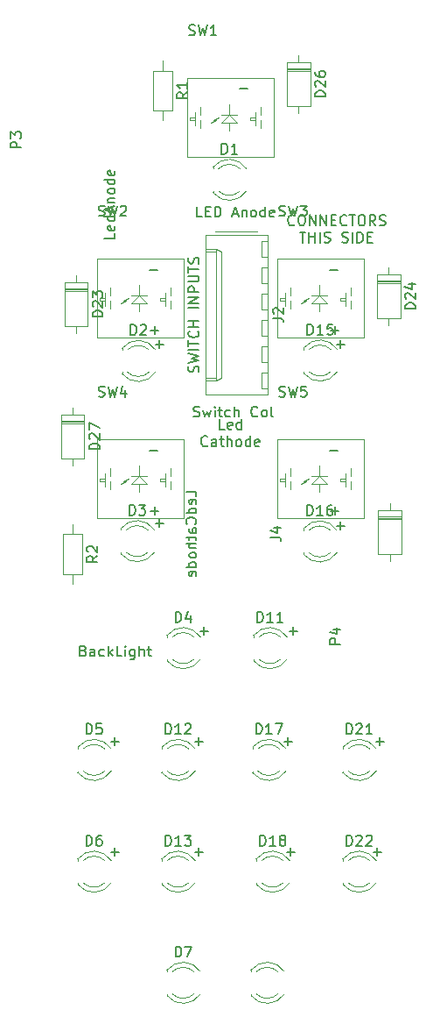
<source format=gbr>
G04 #@! TF.GenerationSoftware,KiCad,Pcbnew,(5.1.5-0-10_14)*
G04 #@! TF.CreationDate,2021-11-28T08:40:40+10:00*
G04 #@! TF.ProjectId,JETT_SELECT_Panel,4a455454-5f53-4454-9c45-43545f50616e,-*
G04 #@! TF.SameCoordinates,Original*
G04 #@! TF.FileFunction,Legend,Top*
G04 #@! TF.FilePolarity,Positive*
%FSLAX46Y46*%
G04 Gerber Fmt 4.6, Leading zero omitted, Abs format (unit mm)*
G04 Created by KiCad (PCBNEW (5.1.5-0-10_14)) date 2021-11-28 08:40:40*
%MOMM*%
%LPD*%
G04 APERTURE LIST*
%ADD10C,0.150000*%
%ADD11C,0.120000*%
G04 APERTURE END LIST*
D10*
X108839511Y-67127892D02*
X108791892Y-67175511D01*
X108649035Y-67223130D01*
X108553797Y-67223130D01*
X108410940Y-67175511D01*
X108315702Y-67080273D01*
X108268083Y-66985035D01*
X108220464Y-66794559D01*
X108220464Y-66651702D01*
X108268083Y-66461226D01*
X108315702Y-66365988D01*
X108410940Y-66270750D01*
X108553797Y-66223130D01*
X108649035Y-66223130D01*
X108791892Y-66270750D01*
X108839511Y-66318369D01*
X109458559Y-66223130D02*
X109649035Y-66223130D01*
X109744273Y-66270750D01*
X109839511Y-66365988D01*
X109887130Y-66556464D01*
X109887130Y-66889797D01*
X109839511Y-67080273D01*
X109744273Y-67175511D01*
X109649035Y-67223130D01*
X109458559Y-67223130D01*
X109363321Y-67175511D01*
X109268083Y-67080273D01*
X109220464Y-66889797D01*
X109220464Y-66556464D01*
X109268083Y-66365988D01*
X109363321Y-66270750D01*
X109458559Y-66223130D01*
X110315702Y-67223130D02*
X110315702Y-66223130D01*
X110887130Y-67223130D01*
X110887130Y-66223130D01*
X111363321Y-67223130D02*
X111363321Y-66223130D01*
X111934750Y-67223130D01*
X111934750Y-66223130D01*
X112410940Y-66699321D02*
X112744273Y-66699321D01*
X112887130Y-67223130D02*
X112410940Y-67223130D01*
X112410940Y-66223130D01*
X112887130Y-66223130D01*
X113887130Y-67127892D02*
X113839511Y-67175511D01*
X113696654Y-67223130D01*
X113601416Y-67223130D01*
X113458559Y-67175511D01*
X113363321Y-67080273D01*
X113315702Y-66985035D01*
X113268083Y-66794559D01*
X113268083Y-66651702D01*
X113315702Y-66461226D01*
X113363321Y-66365988D01*
X113458559Y-66270750D01*
X113601416Y-66223130D01*
X113696654Y-66223130D01*
X113839511Y-66270750D01*
X113887130Y-66318369D01*
X114172845Y-66223130D02*
X114744273Y-66223130D01*
X114458559Y-67223130D02*
X114458559Y-66223130D01*
X115268083Y-66223130D02*
X115458559Y-66223130D01*
X115553797Y-66270750D01*
X115649035Y-66365988D01*
X115696654Y-66556464D01*
X115696654Y-66889797D01*
X115649035Y-67080273D01*
X115553797Y-67175511D01*
X115458559Y-67223130D01*
X115268083Y-67223130D01*
X115172845Y-67175511D01*
X115077607Y-67080273D01*
X115029988Y-66889797D01*
X115029988Y-66556464D01*
X115077607Y-66365988D01*
X115172845Y-66270750D01*
X115268083Y-66223130D01*
X116696654Y-67223130D02*
X116363321Y-66746940D01*
X116125226Y-67223130D02*
X116125226Y-66223130D01*
X116506178Y-66223130D01*
X116601416Y-66270750D01*
X116649035Y-66318369D01*
X116696654Y-66413607D01*
X116696654Y-66556464D01*
X116649035Y-66651702D01*
X116601416Y-66699321D01*
X116506178Y-66746940D01*
X116125226Y-66746940D01*
X117077607Y-67175511D02*
X117220464Y-67223130D01*
X117458559Y-67223130D01*
X117553797Y-67175511D01*
X117601416Y-67127892D01*
X117649035Y-67032654D01*
X117649035Y-66937416D01*
X117601416Y-66842178D01*
X117553797Y-66794559D01*
X117458559Y-66746940D01*
X117268083Y-66699321D01*
X117172845Y-66651702D01*
X117125226Y-66604083D01*
X117077607Y-66508845D01*
X117077607Y-66413607D01*
X117125226Y-66318369D01*
X117172845Y-66270750D01*
X117268083Y-66223130D01*
X117506178Y-66223130D01*
X117649035Y-66270750D01*
X109363321Y-67873130D02*
X109934750Y-67873130D01*
X109649035Y-68873130D02*
X109649035Y-67873130D01*
X110268083Y-68873130D02*
X110268083Y-67873130D01*
X110268083Y-68349321D02*
X110839511Y-68349321D01*
X110839511Y-68873130D02*
X110839511Y-67873130D01*
X111315702Y-68873130D02*
X111315702Y-67873130D01*
X111744273Y-68825511D02*
X111887130Y-68873130D01*
X112125226Y-68873130D01*
X112220464Y-68825511D01*
X112268083Y-68777892D01*
X112315702Y-68682654D01*
X112315702Y-68587416D01*
X112268083Y-68492178D01*
X112220464Y-68444559D01*
X112125226Y-68396940D01*
X111934750Y-68349321D01*
X111839511Y-68301702D01*
X111791892Y-68254083D01*
X111744273Y-68158845D01*
X111744273Y-68063607D01*
X111791892Y-67968369D01*
X111839511Y-67920750D01*
X111934750Y-67873130D01*
X112172845Y-67873130D01*
X112315702Y-67920750D01*
X113458559Y-68825511D02*
X113601416Y-68873130D01*
X113839511Y-68873130D01*
X113934750Y-68825511D01*
X113982369Y-68777892D01*
X114029988Y-68682654D01*
X114029988Y-68587416D01*
X113982369Y-68492178D01*
X113934750Y-68444559D01*
X113839511Y-68396940D01*
X113649035Y-68349321D01*
X113553797Y-68301702D01*
X113506178Y-68254083D01*
X113458559Y-68158845D01*
X113458559Y-68063607D01*
X113506178Y-67968369D01*
X113553797Y-67920750D01*
X113649035Y-67873130D01*
X113887130Y-67873130D01*
X114029988Y-67920750D01*
X114458559Y-68873130D02*
X114458559Y-67873130D01*
X114934750Y-68873130D02*
X114934750Y-67873130D01*
X115172845Y-67873130D01*
X115315702Y-67920750D01*
X115410940Y-68015988D01*
X115458559Y-68111226D01*
X115506178Y-68301702D01*
X115506178Y-68444559D01*
X115458559Y-68635035D01*
X115410940Y-68730273D01*
X115315702Y-68825511D01*
X115172845Y-68873130D01*
X114934750Y-68873130D01*
X115934750Y-68349321D02*
X116268083Y-68349321D01*
X116410940Y-68873130D02*
X115934750Y-68873130D01*
X115934750Y-67873130D01*
X116410940Y-67873130D01*
X116490797Y-127738178D02*
X117252702Y-127738178D01*
X116871750Y-128119130D02*
X116871750Y-127357226D01*
X108108797Y-127738178D02*
X108870702Y-127738178D01*
X108489750Y-128119130D02*
X108489750Y-127357226D01*
X99218797Y-127738178D02*
X99980702Y-127738178D01*
X99599750Y-128119130D02*
X99599750Y-127357226D01*
X91090797Y-127738178D02*
X91852702Y-127738178D01*
X91471750Y-128119130D02*
X91471750Y-127357226D01*
X116744797Y-117070178D02*
X117506702Y-117070178D01*
X117125750Y-117451130D02*
X117125750Y-116689226D01*
X107854797Y-117070178D02*
X108616702Y-117070178D01*
X108235750Y-117451130D02*
X108235750Y-116689226D01*
X99218797Y-117070178D02*
X99980702Y-117070178D01*
X99599750Y-117451130D02*
X99599750Y-116689226D01*
X91090797Y-117070178D02*
X91852702Y-117070178D01*
X91471750Y-117451130D02*
X91471750Y-116689226D01*
X108362797Y-106402178D02*
X109124702Y-106402178D01*
X108743750Y-106783130D02*
X108743750Y-106021226D01*
X99726797Y-106402178D02*
X100488702Y-106402178D01*
X100107750Y-106783130D02*
X100107750Y-106021226D01*
X112934797Y-96242178D02*
X113696702Y-96242178D01*
X113315750Y-96623130D02*
X113315750Y-95861226D01*
X95408797Y-95988178D02*
X96170702Y-95988178D01*
X95789750Y-96369130D02*
X95789750Y-95607226D01*
X112934797Y-78716178D02*
X113696702Y-78716178D01*
X113315750Y-79097130D02*
X113315750Y-78335226D01*
X95408797Y-78716178D02*
X96170702Y-78716178D01*
X95789750Y-79097130D02*
X95789750Y-78335226D01*
X99917654Y-66397130D02*
X99441464Y-66397130D01*
X99441464Y-65397130D01*
X100250988Y-65873321D02*
X100584321Y-65873321D01*
X100727178Y-66397130D02*
X100250988Y-66397130D01*
X100250988Y-65397130D01*
X100727178Y-65397130D01*
X101155750Y-66397130D02*
X101155750Y-65397130D01*
X101393845Y-65397130D01*
X101536702Y-65444750D01*
X101631940Y-65539988D01*
X101679559Y-65635226D01*
X101727178Y-65825702D01*
X101727178Y-65968559D01*
X101679559Y-66159035D01*
X101631940Y-66254273D01*
X101536702Y-66349511D01*
X101393845Y-66397130D01*
X101155750Y-66397130D01*
X102870035Y-66111416D02*
X103346226Y-66111416D01*
X102774797Y-66397130D02*
X103108130Y-65397130D01*
X103441464Y-66397130D01*
X103774797Y-65730464D02*
X103774797Y-66397130D01*
X103774797Y-65825702D02*
X103822416Y-65778083D01*
X103917654Y-65730464D01*
X104060511Y-65730464D01*
X104155750Y-65778083D01*
X104203369Y-65873321D01*
X104203369Y-66397130D01*
X104822416Y-66397130D02*
X104727178Y-66349511D01*
X104679559Y-66301892D01*
X104631940Y-66206654D01*
X104631940Y-65920940D01*
X104679559Y-65825702D01*
X104727178Y-65778083D01*
X104822416Y-65730464D01*
X104965273Y-65730464D01*
X105060511Y-65778083D01*
X105108130Y-65825702D01*
X105155750Y-65920940D01*
X105155750Y-66206654D01*
X105108130Y-66301892D01*
X105060511Y-66349511D01*
X104965273Y-66397130D01*
X104822416Y-66397130D01*
X106012892Y-66397130D02*
X106012892Y-65397130D01*
X106012892Y-66349511D02*
X105917654Y-66397130D01*
X105727178Y-66397130D01*
X105631940Y-66349511D01*
X105584321Y-66301892D01*
X105536702Y-66206654D01*
X105536702Y-65920940D01*
X105584321Y-65825702D01*
X105631940Y-65778083D01*
X105727178Y-65730464D01*
X105917654Y-65730464D01*
X106012892Y-65778083D01*
X106870035Y-66349511D02*
X106774797Y-66397130D01*
X106584321Y-66397130D01*
X106489083Y-66349511D01*
X106441464Y-66254273D01*
X106441464Y-65873321D01*
X106489083Y-65778083D01*
X106584321Y-65730464D01*
X106774797Y-65730464D01*
X106870035Y-65778083D01*
X106917654Y-65873321D01*
X106917654Y-65968559D01*
X106441464Y-66063797D01*
X99092226Y-85653511D02*
X99235083Y-85701130D01*
X99473178Y-85701130D01*
X99568416Y-85653511D01*
X99616035Y-85605892D01*
X99663654Y-85510654D01*
X99663654Y-85415416D01*
X99616035Y-85320178D01*
X99568416Y-85272559D01*
X99473178Y-85224940D01*
X99282702Y-85177321D01*
X99187464Y-85129702D01*
X99139845Y-85082083D01*
X99092226Y-84986845D01*
X99092226Y-84891607D01*
X99139845Y-84796369D01*
X99187464Y-84748750D01*
X99282702Y-84701130D01*
X99520797Y-84701130D01*
X99663654Y-84748750D01*
X99996988Y-85034464D02*
X100187464Y-85701130D01*
X100377940Y-85224940D01*
X100568416Y-85701130D01*
X100758892Y-85034464D01*
X101139845Y-85701130D02*
X101139845Y-85034464D01*
X101139845Y-84701130D02*
X101092226Y-84748750D01*
X101139845Y-84796369D01*
X101187464Y-84748750D01*
X101139845Y-84701130D01*
X101139845Y-84796369D01*
X101473178Y-85034464D02*
X101854130Y-85034464D01*
X101616035Y-84701130D02*
X101616035Y-85558273D01*
X101663654Y-85653511D01*
X101758892Y-85701130D01*
X101854130Y-85701130D01*
X102616035Y-85653511D02*
X102520797Y-85701130D01*
X102330321Y-85701130D01*
X102235083Y-85653511D01*
X102187464Y-85605892D01*
X102139845Y-85510654D01*
X102139845Y-85224940D01*
X102187464Y-85129702D01*
X102235083Y-85082083D01*
X102330321Y-85034464D01*
X102520797Y-85034464D01*
X102616035Y-85082083D01*
X103044607Y-85701130D02*
X103044607Y-84701130D01*
X103473178Y-85701130D02*
X103473178Y-85177321D01*
X103425559Y-85082083D01*
X103330321Y-85034464D01*
X103187464Y-85034464D01*
X103092226Y-85082083D01*
X103044607Y-85129702D01*
X105282702Y-85605892D02*
X105235083Y-85653511D01*
X105092226Y-85701130D01*
X104996988Y-85701130D01*
X104854130Y-85653511D01*
X104758892Y-85558273D01*
X104711273Y-85463035D01*
X104663654Y-85272559D01*
X104663654Y-85129702D01*
X104711273Y-84939226D01*
X104758892Y-84843988D01*
X104854130Y-84748750D01*
X104996988Y-84701130D01*
X105092226Y-84701130D01*
X105235083Y-84748750D01*
X105282702Y-84796369D01*
X105854130Y-85701130D02*
X105758892Y-85653511D01*
X105711273Y-85605892D01*
X105663654Y-85510654D01*
X105663654Y-85224940D01*
X105711273Y-85129702D01*
X105758892Y-85082083D01*
X105854130Y-85034464D01*
X105996988Y-85034464D01*
X106092226Y-85082083D01*
X106139845Y-85129702D01*
X106187464Y-85224940D01*
X106187464Y-85510654D01*
X106139845Y-85605892D01*
X106092226Y-85653511D01*
X105996988Y-85701130D01*
X105854130Y-85701130D01*
X106758892Y-85701130D02*
X106663654Y-85653511D01*
X106616035Y-85558273D01*
X106616035Y-84701130D01*
X102076321Y-86908130D02*
X101600130Y-86908130D01*
X101600130Y-85908130D01*
X102790607Y-86860511D02*
X102695369Y-86908130D01*
X102504892Y-86908130D01*
X102409654Y-86860511D01*
X102362035Y-86765273D01*
X102362035Y-86384321D01*
X102409654Y-86289083D01*
X102504892Y-86241464D01*
X102695369Y-86241464D01*
X102790607Y-86289083D01*
X102838226Y-86384321D01*
X102838226Y-86479559D01*
X102362035Y-86574797D01*
X103695369Y-86908130D02*
X103695369Y-85908130D01*
X103695369Y-86860511D02*
X103600130Y-86908130D01*
X103409654Y-86908130D01*
X103314416Y-86860511D01*
X103266797Y-86812892D01*
X103219178Y-86717654D01*
X103219178Y-86431940D01*
X103266797Y-86336702D01*
X103314416Y-86289083D01*
X103409654Y-86241464D01*
X103600130Y-86241464D01*
X103695369Y-86289083D01*
X100433464Y-88462892D02*
X100385845Y-88510511D01*
X100242988Y-88558130D01*
X100147750Y-88558130D01*
X100004892Y-88510511D01*
X99909654Y-88415273D01*
X99862035Y-88320035D01*
X99814416Y-88129559D01*
X99814416Y-87986702D01*
X99862035Y-87796226D01*
X99909654Y-87700988D01*
X100004892Y-87605750D01*
X100147750Y-87558130D01*
X100242988Y-87558130D01*
X100385845Y-87605750D01*
X100433464Y-87653369D01*
X101290607Y-88558130D02*
X101290607Y-88034321D01*
X101242988Y-87939083D01*
X101147750Y-87891464D01*
X100957273Y-87891464D01*
X100862035Y-87939083D01*
X101290607Y-88510511D02*
X101195369Y-88558130D01*
X100957273Y-88558130D01*
X100862035Y-88510511D01*
X100814416Y-88415273D01*
X100814416Y-88320035D01*
X100862035Y-88224797D01*
X100957273Y-88177178D01*
X101195369Y-88177178D01*
X101290607Y-88129559D01*
X101623940Y-87891464D02*
X102004892Y-87891464D01*
X101766797Y-87558130D02*
X101766797Y-88415273D01*
X101814416Y-88510511D01*
X101909654Y-88558130D01*
X102004892Y-88558130D01*
X102338226Y-88558130D02*
X102338226Y-87558130D01*
X102766797Y-88558130D02*
X102766797Y-88034321D01*
X102719178Y-87939083D01*
X102623940Y-87891464D01*
X102481083Y-87891464D01*
X102385845Y-87939083D01*
X102338226Y-87986702D01*
X103385845Y-88558130D02*
X103290607Y-88510511D01*
X103242988Y-88462892D01*
X103195369Y-88367654D01*
X103195369Y-88081940D01*
X103242988Y-87986702D01*
X103290607Y-87939083D01*
X103385845Y-87891464D01*
X103528702Y-87891464D01*
X103623940Y-87939083D01*
X103671559Y-87986702D01*
X103719178Y-88081940D01*
X103719178Y-88367654D01*
X103671559Y-88462892D01*
X103623940Y-88510511D01*
X103528702Y-88558130D01*
X103385845Y-88558130D01*
X104576321Y-88558130D02*
X104576321Y-87558130D01*
X104576321Y-88510511D02*
X104481083Y-88558130D01*
X104290607Y-88558130D01*
X104195369Y-88510511D01*
X104147750Y-88462892D01*
X104100130Y-88367654D01*
X104100130Y-88081940D01*
X104147750Y-87986702D01*
X104195369Y-87939083D01*
X104290607Y-87891464D01*
X104481083Y-87891464D01*
X104576321Y-87939083D01*
X105433464Y-88510511D02*
X105338226Y-88558130D01*
X105147750Y-88558130D01*
X105052511Y-88510511D01*
X105004892Y-88415273D01*
X105004892Y-88034321D01*
X105052511Y-87939083D01*
X105147750Y-87891464D01*
X105338226Y-87891464D01*
X105433464Y-87939083D01*
X105481083Y-88034321D01*
X105481083Y-88129559D01*
X105004892Y-88224797D01*
X88424130Y-108291321D02*
X88566988Y-108338940D01*
X88614607Y-108386559D01*
X88662226Y-108481797D01*
X88662226Y-108624654D01*
X88614607Y-108719892D01*
X88566988Y-108767511D01*
X88471750Y-108815130D01*
X88090797Y-108815130D01*
X88090797Y-107815130D01*
X88424130Y-107815130D01*
X88519369Y-107862750D01*
X88566988Y-107910369D01*
X88614607Y-108005607D01*
X88614607Y-108100845D01*
X88566988Y-108196083D01*
X88519369Y-108243702D01*
X88424130Y-108291321D01*
X88090797Y-108291321D01*
X89519369Y-108815130D02*
X89519369Y-108291321D01*
X89471750Y-108196083D01*
X89376511Y-108148464D01*
X89186035Y-108148464D01*
X89090797Y-108196083D01*
X89519369Y-108767511D02*
X89424130Y-108815130D01*
X89186035Y-108815130D01*
X89090797Y-108767511D01*
X89043178Y-108672273D01*
X89043178Y-108577035D01*
X89090797Y-108481797D01*
X89186035Y-108434178D01*
X89424130Y-108434178D01*
X89519369Y-108386559D01*
X90424130Y-108767511D02*
X90328892Y-108815130D01*
X90138416Y-108815130D01*
X90043178Y-108767511D01*
X89995559Y-108719892D01*
X89947940Y-108624654D01*
X89947940Y-108338940D01*
X89995559Y-108243702D01*
X90043178Y-108196083D01*
X90138416Y-108148464D01*
X90328892Y-108148464D01*
X90424130Y-108196083D01*
X90852702Y-108815130D02*
X90852702Y-107815130D01*
X90947940Y-108434178D02*
X91233654Y-108815130D01*
X91233654Y-108148464D02*
X90852702Y-108529416D01*
X92138416Y-108815130D02*
X91662226Y-108815130D01*
X91662226Y-107815130D01*
X92471750Y-108815130D02*
X92471750Y-108148464D01*
X92471750Y-107815130D02*
X92424130Y-107862750D01*
X92471750Y-107910369D01*
X92519369Y-107862750D01*
X92471750Y-107815130D01*
X92471750Y-107910369D01*
X93376511Y-108148464D02*
X93376511Y-108957988D01*
X93328892Y-109053226D01*
X93281273Y-109100845D01*
X93186035Y-109148464D01*
X93043178Y-109148464D01*
X92947940Y-109100845D01*
X93376511Y-108767511D02*
X93281273Y-108815130D01*
X93090797Y-108815130D01*
X92995559Y-108767511D01*
X92947940Y-108719892D01*
X92900321Y-108624654D01*
X92900321Y-108338940D01*
X92947940Y-108243702D01*
X92995559Y-108196083D01*
X93090797Y-108148464D01*
X93281273Y-108148464D01*
X93376511Y-108196083D01*
X93852702Y-108815130D02*
X93852702Y-107815130D01*
X94281273Y-108815130D02*
X94281273Y-108291321D01*
X94233654Y-108196083D01*
X94138416Y-108148464D01*
X93995559Y-108148464D01*
X93900321Y-108196083D01*
X93852702Y-108243702D01*
X94614607Y-108148464D02*
X94995559Y-108148464D01*
X94757464Y-107815130D02*
X94757464Y-108672273D01*
X94805083Y-108767511D01*
X94900321Y-108815130D01*
X94995559Y-108815130D01*
D11*
X105649000Y-83000800D02*
X106249000Y-83000800D01*
X105649000Y-81400800D02*
X105649000Y-83000800D01*
X106249000Y-81400800D02*
X105649000Y-81400800D01*
X105649000Y-80460800D02*
X106249000Y-80460800D01*
X105649000Y-78860800D02*
X105649000Y-80460800D01*
X106249000Y-78860800D02*
X105649000Y-78860800D01*
X105649000Y-77920800D02*
X106249000Y-77920800D01*
X105649000Y-76320800D02*
X105649000Y-77920800D01*
X106249000Y-76320800D02*
X105649000Y-76320800D01*
X105649000Y-75380800D02*
X106249000Y-75380800D01*
X105649000Y-73780800D02*
X105649000Y-75380800D01*
X106249000Y-73780800D02*
X105649000Y-73780800D01*
X105649000Y-72840800D02*
X106249000Y-72840800D01*
X105649000Y-71240800D02*
X105649000Y-72840800D01*
X106249000Y-71240800D02*
X105649000Y-71240800D01*
X105649000Y-70300800D02*
X106249000Y-70300800D01*
X105649000Y-68700800D02*
X105649000Y-70300800D01*
X106249000Y-68700800D02*
X105649000Y-68700800D01*
X100229000Y-81950800D02*
X101229000Y-81950800D01*
X100229000Y-69750800D02*
X101229000Y-69750800D01*
X101759000Y-81950800D02*
X101229000Y-82200800D01*
X101759000Y-69750800D02*
X101759000Y-81950800D01*
X101229000Y-69500800D02*
X101759000Y-69750800D01*
X101229000Y-82200800D02*
X100229000Y-82200800D01*
X101229000Y-69500800D02*
X101229000Y-82200800D01*
X100229000Y-69500800D02*
X101229000Y-69500800D01*
X105219000Y-67830800D02*
X101219000Y-67830800D01*
X106249000Y-83580800D02*
X106249000Y-68120800D01*
X100229000Y-83580800D02*
X106249000Y-83580800D01*
X100229000Y-68120800D02*
X100229000Y-83580800D01*
X106249000Y-68120800D02*
X100229000Y-68120800D01*
X115558000Y-95502800D02*
X114288000Y-95502800D01*
X115560000Y-87882800D02*
X115558000Y-95502800D01*
X107170000Y-87882800D02*
X115552000Y-87882800D01*
X107176000Y-95502800D02*
X107190000Y-87882800D01*
X115304000Y-95502800D02*
X107176000Y-95502800D01*
X107430000Y-91692800D02*
X107938000Y-91692800D01*
X108446000Y-92708800D02*
X108446000Y-91946800D01*
X107430000Y-91946800D02*
X107430000Y-91692800D01*
X107938000Y-92454800D02*
X107938000Y-91184800D01*
X108446000Y-91438800D02*
X108446000Y-90676800D01*
X107938000Y-91946800D02*
X107430000Y-91946800D01*
X113272000Y-91692800D02*
X113780000Y-91692800D01*
X113272000Y-91946800D02*
X113272000Y-91692800D01*
X113780000Y-91946800D02*
X113272000Y-91946800D01*
X113780000Y-92454800D02*
X113780000Y-91184800D01*
X114288000Y-91438800D02*
X114288000Y-90676800D01*
X114288000Y-92708800D02*
X114288000Y-91946800D01*
X109716000Y-91946800D02*
X110224000Y-91692800D01*
X109970000Y-91946800D02*
X109716000Y-91946800D01*
X109462000Y-92200800D02*
X109970000Y-91946800D01*
X111240000Y-91438800D02*
X111240000Y-90422800D01*
X112002000Y-91438800D02*
X111240000Y-91438800D01*
X110478000Y-91438800D02*
X112002000Y-91438800D01*
X112002000Y-92200800D02*
X111240000Y-92200800D01*
X111240000Y-91438800D02*
X112002000Y-92200800D01*
X110478000Y-92200800D02*
X111240000Y-91438800D01*
X111240000Y-92200800D02*
X110478000Y-92200800D01*
X111240000Y-92962800D02*
X111240000Y-92200800D01*
X98097800Y-95502800D02*
X96827800Y-95502800D01*
X98099800Y-87882800D02*
X98097800Y-95502800D01*
X89709800Y-87882800D02*
X98091800Y-87882800D01*
X89715800Y-95502800D02*
X89729800Y-87882800D01*
X97843800Y-95502800D02*
X89715800Y-95502800D01*
X89969800Y-91692800D02*
X90477800Y-91692800D01*
X90985800Y-92708800D02*
X90985800Y-91946800D01*
X89969800Y-91946800D02*
X89969800Y-91692800D01*
X90477800Y-92454800D02*
X90477800Y-91184800D01*
X90985800Y-91438800D02*
X90985800Y-90676800D01*
X90477800Y-91946800D02*
X89969800Y-91946800D01*
X95811800Y-91692800D02*
X96319800Y-91692800D01*
X95811800Y-91946800D02*
X95811800Y-91692800D01*
X96319800Y-91946800D02*
X95811800Y-91946800D01*
X96319800Y-92454800D02*
X96319800Y-91184800D01*
X96827800Y-91438800D02*
X96827800Y-90676800D01*
X96827800Y-92708800D02*
X96827800Y-91946800D01*
X92255800Y-91946800D02*
X92763800Y-91692800D01*
X92509800Y-91946800D02*
X92255800Y-91946800D01*
X92001800Y-92200800D02*
X92509800Y-91946800D01*
X93779800Y-91438800D02*
X93779800Y-90422800D01*
X94541800Y-91438800D02*
X93779800Y-91438800D01*
X93017800Y-91438800D02*
X94541800Y-91438800D01*
X94541800Y-92200800D02*
X93779800Y-92200800D01*
X93779800Y-91438800D02*
X94541800Y-92200800D01*
X93017800Y-92200800D02*
X93779800Y-91438800D01*
X93779800Y-92200800D02*
X93017800Y-92200800D01*
X93779800Y-92962800D02*
X93779800Y-92200800D01*
X115558000Y-78042800D02*
X114288000Y-78042800D01*
X115560000Y-70422800D02*
X115558000Y-78042800D01*
X107170000Y-70422800D02*
X115552000Y-70422800D01*
X107176000Y-78042800D02*
X107190000Y-70422800D01*
X115304000Y-78042800D02*
X107176000Y-78042800D01*
X107430000Y-74232800D02*
X107938000Y-74232800D01*
X108446000Y-75248800D02*
X108446000Y-74486800D01*
X107430000Y-74486800D02*
X107430000Y-74232800D01*
X107938000Y-74994800D02*
X107938000Y-73724800D01*
X108446000Y-73978800D02*
X108446000Y-73216800D01*
X107938000Y-74486800D02*
X107430000Y-74486800D01*
X113272000Y-74232800D02*
X113780000Y-74232800D01*
X113272000Y-74486800D02*
X113272000Y-74232800D01*
X113780000Y-74486800D02*
X113272000Y-74486800D01*
X113780000Y-74994800D02*
X113780000Y-73724800D01*
X114288000Y-73978800D02*
X114288000Y-73216800D01*
X114288000Y-75248800D02*
X114288000Y-74486800D01*
X109716000Y-74486800D02*
X110224000Y-74232800D01*
X109970000Y-74486800D02*
X109716000Y-74486800D01*
X109462000Y-74740800D02*
X109970000Y-74486800D01*
X111240000Y-73978800D02*
X111240000Y-72962800D01*
X112002000Y-73978800D02*
X111240000Y-73978800D01*
X110478000Y-73978800D02*
X112002000Y-73978800D01*
X112002000Y-74740800D02*
X111240000Y-74740800D01*
X111240000Y-73978800D02*
X112002000Y-74740800D01*
X110478000Y-74740800D02*
X111240000Y-73978800D01*
X111240000Y-74740800D02*
X110478000Y-74740800D01*
X111240000Y-75502800D02*
X111240000Y-74740800D01*
X98097800Y-78042800D02*
X96827800Y-78042800D01*
X98099800Y-70422800D02*
X98097800Y-78042800D01*
X89709800Y-70422800D02*
X98091800Y-70422800D01*
X89715800Y-78042800D02*
X89729800Y-70422800D01*
X97843800Y-78042800D02*
X89715800Y-78042800D01*
X89969800Y-74232800D02*
X90477800Y-74232800D01*
X90985800Y-75248800D02*
X90985800Y-74486800D01*
X89969800Y-74486800D02*
X89969800Y-74232800D01*
X90477800Y-74994800D02*
X90477800Y-73724800D01*
X90985800Y-73978800D02*
X90985800Y-73216800D01*
X90477800Y-74486800D02*
X89969800Y-74486800D01*
X95811800Y-74232800D02*
X96319800Y-74232800D01*
X95811800Y-74486800D02*
X95811800Y-74232800D01*
X96319800Y-74486800D02*
X95811800Y-74486800D01*
X96319800Y-74994800D02*
X96319800Y-73724800D01*
X96827800Y-73978800D02*
X96827800Y-73216800D01*
X96827800Y-75248800D02*
X96827800Y-74486800D01*
X92255800Y-74486800D02*
X92763800Y-74232800D01*
X92509800Y-74486800D02*
X92255800Y-74486800D01*
X92001800Y-74740800D02*
X92509800Y-74486800D01*
X93779800Y-73978800D02*
X93779800Y-72962800D01*
X94541800Y-73978800D02*
X93779800Y-73978800D01*
X93017800Y-73978800D02*
X94541800Y-73978800D01*
X94541800Y-74740800D02*
X93779800Y-74740800D01*
X93779800Y-73978800D02*
X94541800Y-74740800D01*
X93017800Y-74740800D02*
X93779800Y-73978800D01*
X93779800Y-74740800D02*
X93017800Y-74740800D01*
X93779800Y-75502800D02*
X93779800Y-74740800D01*
X106828000Y-60582800D02*
X105558000Y-60582800D01*
X106830000Y-52962800D02*
X106828000Y-60582800D01*
X98440000Y-52962800D02*
X106822000Y-52962800D01*
X98446000Y-60582800D02*
X98460000Y-52962800D01*
X106574000Y-60582800D02*
X98446000Y-60582800D01*
X98700000Y-56772800D02*
X99208000Y-56772800D01*
X99716000Y-57788800D02*
X99716000Y-57026800D01*
X98700000Y-57026800D02*
X98700000Y-56772800D01*
X99208000Y-57534800D02*
X99208000Y-56264800D01*
X99716000Y-56518800D02*
X99716000Y-55756800D01*
X99208000Y-57026800D02*
X98700000Y-57026800D01*
X104542000Y-56772800D02*
X105050000Y-56772800D01*
X104542000Y-57026800D02*
X104542000Y-56772800D01*
X105050000Y-57026800D02*
X104542000Y-57026800D01*
X105050000Y-57534800D02*
X105050000Y-56264800D01*
X105558000Y-56518800D02*
X105558000Y-55756800D01*
X105558000Y-57788800D02*
X105558000Y-57026800D01*
X100986000Y-57026800D02*
X101494000Y-56772800D01*
X101240000Y-57026800D02*
X100986000Y-57026800D01*
X100732000Y-57280800D02*
X101240000Y-57026800D01*
X102510000Y-56518800D02*
X102510000Y-55502800D01*
X103272000Y-56518800D02*
X102510000Y-56518800D01*
X101748000Y-56518800D02*
X103272000Y-56518800D01*
X103272000Y-57280800D02*
X102510000Y-57280800D01*
X102510000Y-56518800D02*
X103272000Y-57280800D01*
X101748000Y-57280800D02*
X102510000Y-56518800D01*
X102510000Y-57280800D02*
X101748000Y-57280800D01*
X102510000Y-58042800D02*
X102510000Y-57280800D01*
X87399800Y-101832800D02*
X87399800Y-100882800D01*
X87399800Y-96092800D02*
X87399800Y-97042800D01*
X88319800Y-100882800D02*
X88319800Y-97042800D01*
X86479800Y-100882800D02*
X88319800Y-100882800D01*
X86479800Y-97042800D02*
X86479800Y-100882800D01*
X88319800Y-97042800D02*
X86479800Y-97042800D01*
X96107200Y-57067200D02*
X96107200Y-56117200D01*
X96107200Y-51327200D02*
X96107200Y-52277200D01*
X97027200Y-56117200D02*
X97027200Y-52277200D01*
X95187200Y-56117200D02*
X97027200Y-56117200D01*
X95187200Y-52277200D02*
X95187200Y-56117200D01*
X97027200Y-52277200D02*
X95187200Y-52277200D01*
X88519800Y-86092800D02*
X86279800Y-86092800D01*
X88519800Y-86332800D02*
X86279800Y-86332800D01*
X88519800Y-86212800D02*
X86279800Y-86212800D01*
X87399800Y-90382800D02*
X87399800Y-89732800D01*
X87399800Y-84842800D02*
X87399800Y-85492800D01*
X88519800Y-89732800D02*
X88519800Y-85492800D01*
X86279800Y-89732800D02*
X88519800Y-89732800D01*
X86279800Y-85492800D02*
X86279800Y-89732800D01*
X88519800Y-85492800D02*
X86279800Y-85492800D01*
X110380000Y-52042800D02*
X108140000Y-52042800D01*
X110380000Y-52282800D02*
X108140000Y-52282800D01*
X110380000Y-52162800D02*
X108140000Y-52162800D01*
X109260000Y-56332800D02*
X109260000Y-55682800D01*
X109260000Y-50792800D02*
X109260000Y-51442800D01*
X110380000Y-55682800D02*
X110380000Y-51442800D01*
X108140000Y-55682800D02*
X110380000Y-55682800D01*
X108140000Y-51442800D02*
X108140000Y-55682800D01*
X110380000Y-51442800D02*
X108140000Y-51442800D01*
X119200000Y-95342800D02*
X116960000Y-95342800D01*
X119200000Y-95582800D02*
X116960000Y-95582800D01*
X119200000Y-95462800D02*
X116960000Y-95462800D01*
X118080000Y-99632800D02*
X118080000Y-98982800D01*
X118080000Y-94092800D02*
X118080000Y-94742800D01*
X119200000Y-98982800D02*
X119200000Y-94742800D01*
X116960000Y-98982800D02*
X119200000Y-98982800D01*
X116960000Y-94742800D02*
X116960000Y-98982800D01*
X119200000Y-94742800D02*
X116960000Y-94742800D01*
X119100000Y-72532800D02*
X116860000Y-72532800D01*
X119100000Y-72772800D02*
X116860000Y-72772800D01*
X119100000Y-72652800D02*
X116860000Y-72652800D01*
X117980000Y-76822800D02*
X117980000Y-76172800D01*
X117980000Y-71282800D02*
X117980000Y-71932800D01*
X119100000Y-76172800D02*
X119100000Y-71932800D01*
X116860000Y-76172800D02*
X119100000Y-76172800D01*
X116860000Y-71932800D02*
X116860000Y-76172800D01*
X119100000Y-71932800D02*
X116860000Y-71932800D01*
X88839800Y-73302800D02*
X86599800Y-73302800D01*
X88839800Y-73542800D02*
X86599800Y-73542800D01*
X88839800Y-73422800D02*
X86599800Y-73422800D01*
X87719800Y-77592800D02*
X87719800Y-76942800D01*
X87719800Y-72052800D02*
X87719800Y-72702800D01*
X88839800Y-76942800D02*
X88839800Y-72702800D01*
X86599800Y-76942800D02*
X88839800Y-76942800D01*
X86599800Y-72702800D02*
X86599800Y-76942800D01*
X88839800Y-72702800D02*
X86599800Y-72702800D01*
X116135130Y-130712837D02*
G75*
G02X114053039Y-130713000I-1041130J1079837D01*
G01*
X116135130Y-128553163D02*
G75*
G03X114053039Y-128553000I-1041130J-1079837D01*
G01*
X116766335Y-130711608D02*
G75*
G02X113534000Y-130868516I-1672335J1078608D01*
G01*
X116766335Y-128554392D02*
G75*
G03X113534000Y-128397484I-1672335J-1078608D01*
G01*
X113534000Y-130713000D02*
X113534000Y-130869000D01*
X113534000Y-128397000D02*
X113534000Y-128553000D01*
X116135130Y-119922837D02*
G75*
G02X114053039Y-119923000I-1041130J1079837D01*
G01*
X116135130Y-117763163D02*
G75*
G03X114053039Y-117763000I-1041130J-1079837D01*
G01*
X116766335Y-119921608D02*
G75*
G02X113534000Y-120078516I-1672335J1078608D01*
G01*
X116766335Y-117764392D02*
G75*
G03X113534000Y-117607484I-1672335J-1078608D01*
G01*
X113534000Y-119923000D02*
X113534000Y-120079000D01*
X113534000Y-117607000D02*
X113534000Y-117763000D01*
X107753130Y-130712837D02*
G75*
G02X105671039Y-130713000I-1041130J1079837D01*
G01*
X107753130Y-128553163D02*
G75*
G03X105671039Y-128553000I-1041130J-1079837D01*
G01*
X108384335Y-130711608D02*
G75*
G02X105152000Y-130868516I-1672335J1078608D01*
G01*
X108384335Y-128554392D02*
G75*
G03X105152000Y-128397484I-1672335J-1078608D01*
G01*
X105152000Y-130713000D02*
X105152000Y-130869000D01*
X105152000Y-128397000D02*
X105152000Y-128553000D01*
X107397130Y-119922837D02*
G75*
G02X105315039Y-119923000I-1041130J1079837D01*
G01*
X107397130Y-117763163D02*
G75*
G03X105315039Y-117763000I-1041130J-1079837D01*
G01*
X108028335Y-119921608D02*
G75*
G02X104796000Y-120078516I-1672335J1078608D01*
G01*
X108028335Y-117764392D02*
G75*
G03X104796000Y-117607484I-1672335J-1078608D01*
G01*
X104796000Y-119923000D02*
X104796000Y-120079000D01*
X104796000Y-117607000D02*
X104796000Y-117763000D01*
X112331130Y-98822637D02*
G75*
G02X110249039Y-98822800I-1041130J1079837D01*
G01*
X112331130Y-96662963D02*
G75*
G03X110249039Y-96662800I-1041130J-1079837D01*
G01*
X112962335Y-98821408D02*
G75*
G02X109730000Y-98978316I-1672335J1078608D01*
G01*
X112962335Y-96664192D02*
G75*
G03X109730000Y-96507284I-1672335J-1078608D01*
G01*
X109730000Y-98822800D02*
X109730000Y-98978800D01*
X109730000Y-96506800D02*
X109730000Y-96662800D01*
X112361130Y-81352637D02*
G75*
G02X110279039Y-81352800I-1041130J1079837D01*
G01*
X112361130Y-79192963D02*
G75*
G03X110279039Y-79192800I-1041130J-1079837D01*
G01*
X112992335Y-81351408D02*
G75*
G02X109760000Y-81508316I-1672335J1078608D01*
G01*
X112992335Y-79194192D02*
G75*
G03X109760000Y-79037284I-1672335J-1078608D01*
G01*
X109760000Y-81352800D02*
X109760000Y-81508800D01*
X109760000Y-79036800D02*
X109760000Y-79192800D01*
X107245130Y-141446837D02*
G75*
G02X105163039Y-141447000I-1041130J1079837D01*
G01*
X107245130Y-139287163D02*
G75*
G03X105163039Y-139287000I-1041130J-1079837D01*
G01*
X107876335Y-141445608D02*
G75*
G02X104644000Y-141602516I-1672335J1078608D01*
G01*
X107876335Y-139288392D02*
G75*
G03X104644000Y-139131484I-1672335J-1078608D01*
G01*
X104644000Y-141447000D02*
X104644000Y-141603000D01*
X104644000Y-139131000D02*
X104644000Y-139287000D01*
X98608930Y-130712837D02*
G75*
G02X96526839Y-130713000I-1041130J1079837D01*
G01*
X98608930Y-128553163D02*
G75*
G03X96526839Y-128553000I-1041130J-1079837D01*
G01*
X99240135Y-130711608D02*
G75*
G02X96007800Y-130868516I-1672335J1078608D01*
G01*
X99240135Y-128554392D02*
G75*
G03X96007800Y-128397484I-1672335J-1078608D01*
G01*
X96007800Y-130713000D02*
X96007800Y-130869000D01*
X96007800Y-128397000D02*
X96007800Y-128553000D01*
X98608930Y-119922837D02*
G75*
G02X96526839Y-119923000I-1041130J1079837D01*
G01*
X98608930Y-117763163D02*
G75*
G03X96526839Y-117763000I-1041130J-1079837D01*
G01*
X99240135Y-119921608D02*
G75*
G02X96007800Y-120078516I-1672335J1078608D01*
G01*
X99240135Y-117764392D02*
G75*
G03X96007800Y-117607484I-1672335J-1078608D01*
G01*
X96007800Y-119923000D02*
X96007800Y-120079000D01*
X96007800Y-117607000D02*
X96007800Y-117763000D01*
X107499130Y-109122837D02*
G75*
G02X105417039Y-109123000I-1041130J1079837D01*
G01*
X107499130Y-106963163D02*
G75*
G03X105417039Y-106963000I-1041130J-1079837D01*
G01*
X108130335Y-109121608D02*
G75*
G02X104898000Y-109278516I-1672335J1078608D01*
G01*
X108130335Y-106964392D02*
G75*
G03X104898000Y-106807484I-1672335J-1078608D01*
G01*
X104898000Y-109123000D02*
X104898000Y-109279000D01*
X104898000Y-106807000D02*
X104898000Y-106963000D01*
X99116930Y-141446837D02*
G75*
G02X97034839Y-141447000I-1041130J1079837D01*
G01*
X99116930Y-139287163D02*
G75*
G03X97034839Y-139287000I-1041130J-1079837D01*
G01*
X99748135Y-141445608D02*
G75*
G02X96515800Y-141602516I-1672335J1078608D01*
G01*
X99748135Y-139288392D02*
G75*
G03X96515800Y-139131484I-1672335J-1078608D01*
G01*
X96515800Y-141447000D02*
X96515800Y-141603000D01*
X96515800Y-139131000D02*
X96515800Y-139287000D01*
X90480930Y-130712837D02*
G75*
G02X88398839Y-130713000I-1041130J1079837D01*
G01*
X90480930Y-128553163D02*
G75*
G03X88398839Y-128553000I-1041130J-1079837D01*
G01*
X91112135Y-130711608D02*
G75*
G02X87879800Y-130868516I-1672335J1078608D01*
G01*
X91112135Y-128554392D02*
G75*
G03X87879800Y-128397484I-1672335J-1078608D01*
G01*
X87879800Y-130713000D02*
X87879800Y-130869000D01*
X87879800Y-128397000D02*
X87879800Y-128553000D01*
X90480930Y-119922837D02*
G75*
G02X88398839Y-119923000I-1041130J1079837D01*
G01*
X90480930Y-117763163D02*
G75*
G03X88398839Y-117763000I-1041130J-1079837D01*
G01*
X91112135Y-119921608D02*
G75*
G02X87879800Y-120078516I-1672335J1078608D01*
G01*
X91112135Y-117764392D02*
G75*
G03X87879800Y-117607484I-1672335J-1078608D01*
G01*
X87879800Y-119923000D02*
X87879800Y-120079000D01*
X87879800Y-117607000D02*
X87879800Y-117763000D01*
X99116930Y-109122837D02*
G75*
G02X97034839Y-109123000I-1041130J1079837D01*
G01*
X99116930Y-106963163D02*
G75*
G03X97034839Y-106963000I-1041130J-1079837D01*
G01*
X99748135Y-109121608D02*
G75*
G02X96515800Y-109278516I-1672335J1078608D01*
G01*
X99748135Y-106964392D02*
G75*
G03X96515800Y-106807484I-1672335J-1078608D01*
G01*
X96515800Y-109123000D02*
X96515800Y-109279000D01*
X96515800Y-106807000D02*
X96515800Y-106963000D01*
X94660930Y-98792637D02*
G75*
G02X92578839Y-98792800I-1041130J1079837D01*
G01*
X94660930Y-96632963D02*
G75*
G03X92578839Y-96632800I-1041130J-1079837D01*
G01*
X95292135Y-98791408D02*
G75*
G02X92059800Y-98948316I-1672335J1078608D01*
G01*
X95292135Y-96634192D02*
G75*
G03X92059800Y-96477284I-1672335J-1078608D01*
G01*
X92059800Y-98792800D02*
X92059800Y-98948800D01*
X92059800Y-96476800D02*
X92059800Y-96632800D01*
X94770930Y-81392637D02*
G75*
G02X92688839Y-81392800I-1041130J1079837D01*
G01*
X94770930Y-79232963D02*
G75*
G03X92688839Y-79232800I-1041130J-1079837D01*
G01*
X95402135Y-81391408D02*
G75*
G02X92169800Y-81548316I-1672335J1078608D01*
G01*
X95402135Y-79234192D02*
G75*
G03X92169800Y-79077284I-1672335J-1078608D01*
G01*
X92169800Y-81392800D02*
X92169800Y-81548800D01*
X92169800Y-79076800D02*
X92169800Y-79232800D01*
X103581130Y-63902637D02*
G75*
G02X101499039Y-63902800I-1041130J1079837D01*
G01*
X103581130Y-61742963D02*
G75*
G03X101499039Y-61742800I-1041130J-1079837D01*
G01*
X104212335Y-63901408D02*
G75*
G02X100980000Y-64058316I-1672335J1078608D01*
G01*
X104212335Y-61744192D02*
G75*
G03X100980000Y-61587284I-1672335J-1078608D01*
G01*
X100980000Y-63902800D02*
X100980000Y-64058800D01*
X100980000Y-61586800D02*
X100980000Y-61742800D01*
D10*
X106791380Y-76184133D02*
X107505666Y-76184133D01*
X107648523Y-76231752D01*
X107743761Y-76326990D01*
X107791380Y-76469847D01*
X107791380Y-76565085D01*
X106886619Y-75755561D02*
X106839000Y-75707942D01*
X106791380Y-75612704D01*
X106791380Y-75374609D01*
X106839000Y-75279371D01*
X106886619Y-75231752D01*
X106981857Y-75184133D01*
X107077095Y-75184133D01*
X107219952Y-75231752D01*
X107791380Y-75803180D01*
X107791380Y-75184133D01*
X99543761Y-81374609D02*
X99591380Y-81231752D01*
X99591380Y-80993657D01*
X99543761Y-80898419D01*
X99496142Y-80850800D01*
X99400904Y-80803180D01*
X99305666Y-80803180D01*
X99210428Y-80850800D01*
X99162809Y-80898419D01*
X99115190Y-80993657D01*
X99067571Y-81184133D01*
X99019952Y-81279371D01*
X98972333Y-81326990D01*
X98877095Y-81374609D01*
X98781857Y-81374609D01*
X98686619Y-81326990D01*
X98639000Y-81279371D01*
X98591380Y-81184133D01*
X98591380Y-80946038D01*
X98639000Y-80803180D01*
X98591380Y-80469847D02*
X99591380Y-80231752D01*
X98877095Y-80041276D01*
X99591380Y-79850800D01*
X98591380Y-79612704D01*
X99591380Y-79231752D02*
X98591380Y-79231752D01*
X98591380Y-78898419D02*
X98591380Y-78326990D01*
X99591380Y-78612704D02*
X98591380Y-78612704D01*
X99496142Y-77422228D02*
X99543761Y-77469847D01*
X99591380Y-77612704D01*
X99591380Y-77707942D01*
X99543761Y-77850800D01*
X99448523Y-77946038D01*
X99353285Y-77993657D01*
X99162809Y-78041276D01*
X99019952Y-78041276D01*
X98829476Y-77993657D01*
X98734238Y-77946038D01*
X98639000Y-77850800D01*
X98591380Y-77707942D01*
X98591380Y-77612704D01*
X98639000Y-77469847D01*
X98686619Y-77422228D01*
X99591380Y-76993657D02*
X98591380Y-76993657D01*
X99067571Y-76993657D02*
X99067571Y-76422228D01*
X99591380Y-76422228D02*
X98591380Y-76422228D01*
X99591380Y-75184133D02*
X98591380Y-75184133D01*
X99591380Y-74707942D02*
X98591380Y-74707942D01*
X99591380Y-74136514D01*
X98591380Y-74136514D01*
X99591380Y-73660323D02*
X98591380Y-73660323D01*
X98591380Y-73279371D01*
X98639000Y-73184133D01*
X98686619Y-73136514D01*
X98781857Y-73088895D01*
X98924714Y-73088895D01*
X99019952Y-73136514D01*
X99067571Y-73184133D01*
X99115190Y-73279371D01*
X99115190Y-73660323D01*
X98591380Y-72660323D02*
X99400904Y-72660323D01*
X99496142Y-72612704D01*
X99543761Y-72565085D01*
X99591380Y-72469847D01*
X99591380Y-72279371D01*
X99543761Y-72184133D01*
X99496142Y-72136514D01*
X99400904Y-72088895D01*
X98591380Y-72088895D01*
X98591380Y-71755561D02*
X98591380Y-71184133D01*
X99591380Y-71469847D02*
X98591380Y-71469847D01*
X99543761Y-70898419D02*
X99591380Y-70755561D01*
X99591380Y-70517466D01*
X99543761Y-70422228D01*
X99496142Y-70374609D01*
X99400904Y-70326990D01*
X99305666Y-70326990D01*
X99210428Y-70374609D01*
X99162809Y-70422228D01*
X99115190Y-70517466D01*
X99067571Y-70707942D01*
X99019952Y-70803180D01*
X98972333Y-70850800D01*
X98877095Y-70898419D01*
X98781857Y-70898419D01*
X98686619Y-70850800D01*
X98639000Y-70803180D01*
X98591380Y-70707942D01*
X98591380Y-70469847D01*
X98639000Y-70326990D01*
X106542380Y-97316333D02*
X107256666Y-97316333D01*
X107399523Y-97363952D01*
X107494761Y-97459190D01*
X107542380Y-97602047D01*
X107542380Y-97697285D01*
X106875714Y-96411571D02*
X107542380Y-96411571D01*
X106494761Y-96649666D02*
X107209047Y-96887761D01*
X107209047Y-96268714D01*
X99342380Y-93387761D02*
X99342380Y-92911571D01*
X98342380Y-92911571D01*
X99294761Y-94102047D02*
X99342380Y-94006809D01*
X99342380Y-93816333D01*
X99294761Y-93721095D01*
X99199523Y-93673476D01*
X98818571Y-93673476D01*
X98723333Y-93721095D01*
X98675714Y-93816333D01*
X98675714Y-94006809D01*
X98723333Y-94102047D01*
X98818571Y-94149666D01*
X98913809Y-94149666D01*
X99009047Y-93673476D01*
X99342380Y-95006809D02*
X98342380Y-95006809D01*
X99294761Y-95006809D02*
X99342380Y-94911571D01*
X99342380Y-94721095D01*
X99294761Y-94625857D01*
X99247142Y-94578238D01*
X99151904Y-94530619D01*
X98866190Y-94530619D01*
X98770952Y-94578238D01*
X98723333Y-94625857D01*
X98675714Y-94721095D01*
X98675714Y-94911571D01*
X98723333Y-95006809D01*
X99247142Y-96054428D02*
X99294761Y-96006809D01*
X99342380Y-95863952D01*
X99342380Y-95768714D01*
X99294761Y-95625857D01*
X99199523Y-95530619D01*
X99104285Y-95483000D01*
X98913809Y-95435380D01*
X98770952Y-95435380D01*
X98580476Y-95483000D01*
X98485238Y-95530619D01*
X98390000Y-95625857D01*
X98342380Y-95768714D01*
X98342380Y-95863952D01*
X98390000Y-96006809D01*
X98437619Y-96054428D01*
X99342380Y-96911571D02*
X98818571Y-96911571D01*
X98723333Y-96863952D01*
X98675714Y-96768714D01*
X98675714Y-96578238D01*
X98723333Y-96483000D01*
X99294761Y-96911571D02*
X99342380Y-96816333D01*
X99342380Y-96578238D01*
X99294761Y-96483000D01*
X99199523Y-96435380D01*
X99104285Y-96435380D01*
X99009047Y-96483000D01*
X98961428Y-96578238D01*
X98961428Y-96816333D01*
X98913809Y-96911571D01*
X98675714Y-97244904D02*
X98675714Y-97625857D01*
X98342380Y-97387761D02*
X99199523Y-97387761D01*
X99294761Y-97435380D01*
X99342380Y-97530619D01*
X99342380Y-97625857D01*
X99342380Y-97959190D02*
X98342380Y-97959190D01*
X99342380Y-98387761D02*
X98818571Y-98387761D01*
X98723333Y-98340142D01*
X98675714Y-98244904D01*
X98675714Y-98102047D01*
X98723333Y-98006809D01*
X98770952Y-97959190D01*
X99342380Y-99006809D02*
X99294761Y-98911571D01*
X99247142Y-98863952D01*
X99151904Y-98816333D01*
X98866190Y-98816333D01*
X98770952Y-98863952D01*
X98723333Y-98911571D01*
X98675714Y-99006809D01*
X98675714Y-99149666D01*
X98723333Y-99244904D01*
X98770952Y-99292523D01*
X98866190Y-99340142D01*
X99151904Y-99340142D01*
X99247142Y-99292523D01*
X99294761Y-99244904D01*
X99342380Y-99149666D01*
X99342380Y-99006809D01*
X99342380Y-100197285D02*
X98342380Y-100197285D01*
X99294761Y-100197285D02*
X99342380Y-100102047D01*
X99342380Y-99911571D01*
X99294761Y-99816333D01*
X99247142Y-99768714D01*
X99151904Y-99721095D01*
X98866190Y-99721095D01*
X98770952Y-99768714D01*
X98723333Y-99816333D01*
X98675714Y-99911571D01*
X98675714Y-100102047D01*
X98723333Y-100197285D01*
X99294761Y-101054428D02*
X99342380Y-100959190D01*
X99342380Y-100768714D01*
X99294761Y-100673476D01*
X99199523Y-100625857D01*
X98818571Y-100625857D01*
X98723333Y-100673476D01*
X98675714Y-100768714D01*
X98675714Y-100959190D01*
X98723333Y-101054428D01*
X98818571Y-101102047D01*
X98913809Y-101102047D01*
X99009047Y-100625857D01*
X91463580Y-67968514D02*
X91463580Y-68444704D01*
X90463580Y-68444704D01*
X91415961Y-67254228D02*
X91463580Y-67349466D01*
X91463580Y-67539942D01*
X91415961Y-67635180D01*
X91320723Y-67682800D01*
X90939771Y-67682800D01*
X90844533Y-67635180D01*
X90796914Y-67539942D01*
X90796914Y-67349466D01*
X90844533Y-67254228D01*
X90939771Y-67206609D01*
X91035009Y-67206609D01*
X91130247Y-67682800D01*
X91463580Y-66349466D02*
X90463580Y-66349466D01*
X91415961Y-66349466D02*
X91463580Y-66444704D01*
X91463580Y-66635180D01*
X91415961Y-66730419D01*
X91368342Y-66778038D01*
X91273104Y-66825657D01*
X90987390Y-66825657D01*
X90892152Y-66778038D01*
X90844533Y-66730419D01*
X90796914Y-66635180D01*
X90796914Y-66444704D01*
X90844533Y-66349466D01*
X91177866Y-65920895D02*
X91177866Y-65444704D01*
X91463580Y-66016133D02*
X90463580Y-65682800D01*
X91463580Y-65349466D01*
X90796914Y-65016133D02*
X91463580Y-65016133D01*
X90892152Y-65016133D02*
X90844533Y-64968514D01*
X90796914Y-64873276D01*
X90796914Y-64730419D01*
X90844533Y-64635180D01*
X90939771Y-64587561D01*
X91463580Y-64587561D01*
X91463580Y-63968514D02*
X91415961Y-64063752D01*
X91368342Y-64111371D01*
X91273104Y-64158990D01*
X90987390Y-64158990D01*
X90892152Y-64111371D01*
X90844533Y-64063752D01*
X90796914Y-63968514D01*
X90796914Y-63825657D01*
X90844533Y-63730419D01*
X90892152Y-63682800D01*
X90987390Y-63635180D01*
X91273104Y-63635180D01*
X91368342Y-63682800D01*
X91415961Y-63730419D01*
X91463580Y-63825657D01*
X91463580Y-63968514D01*
X91463580Y-62778038D02*
X90463580Y-62778038D01*
X91415961Y-62778038D02*
X91463580Y-62873276D01*
X91463580Y-63063752D01*
X91415961Y-63158990D01*
X91368342Y-63206609D01*
X91273104Y-63254228D01*
X90987390Y-63254228D01*
X90892152Y-63206609D01*
X90844533Y-63158990D01*
X90796914Y-63063752D01*
X90796914Y-62873276D01*
X90844533Y-62778038D01*
X91415961Y-61920895D02*
X91463580Y-62016133D01*
X91463580Y-62206609D01*
X91415961Y-62301847D01*
X91320723Y-62349466D01*
X90939771Y-62349466D01*
X90844533Y-62301847D01*
X90796914Y-62206609D01*
X90796914Y-62016133D01*
X90844533Y-61920895D01*
X90939771Y-61873276D01*
X91035009Y-61873276D01*
X91130247Y-62349466D01*
X107366666Y-83723561D02*
X107509523Y-83771180D01*
X107747619Y-83771180D01*
X107842857Y-83723561D01*
X107890476Y-83675942D01*
X107938095Y-83580704D01*
X107938095Y-83485466D01*
X107890476Y-83390228D01*
X107842857Y-83342609D01*
X107747619Y-83294990D01*
X107557142Y-83247371D01*
X107461904Y-83199752D01*
X107414285Y-83152133D01*
X107366666Y-83056895D01*
X107366666Y-82961657D01*
X107414285Y-82866419D01*
X107461904Y-82818800D01*
X107557142Y-82771180D01*
X107795238Y-82771180D01*
X107938095Y-82818800D01*
X108271428Y-82771180D02*
X108509523Y-83771180D01*
X108700000Y-83056895D01*
X108890476Y-83771180D01*
X109128571Y-82771180D01*
X109985714Y-82771180D02*
X109509523Y-82771180D01*
X109461904Y-83247371D01*
X109509523Y-83199752D01*
X109604761Y-83152133D01*
X109842857Y-83152133D01*
X109938095Y-83199752D01*
X109985714Y-83247371D01*
X110033333Y-83342609D01*
X110033333Y-83580704D01*
X109985714Y-83675942D01*
X109938095Y-83723561D01*
X109842857Y-83771180D01*
X109604761Y-83771180D01*
X109509523Y-83723561D01*
X109461904Y-83675942D01*
X112279047Y-88954228D02*
X113040952Y-88954228D01*
X112383047Y-94812228D02*
X113144952Y-94812228D01*
X112764000Y-95193180D02*
X112764000Y-94431276D01*
X89906466Y-83723561D02*
X90049323Y-83771180D01*
X90287419Y-83771180D01*
X90382657Y-83723561D01*
X90430276Y-83675942D01*
X90477895Y-83580704D01*
X90477895Y-83485466D01*
X90430276Y-83390228D01*
X90382657Y-83342609D01*
X90287419Y-83294990D01*
X90096942Y-83247371D01*
X90001704Y-83199752D01*
X89954085Y-83152133D01*
X89906466Y-83056895D01*
X89906466Y-82961657D01*
X89954085Y-82866419D01*
X90001704Y-82818800D01*
X90096942Y-82771180D01*
X90335038Y-82771180D01*
X90477895Y-82818800D01*
X90811228Y-82771180D02*
X91049323Y-83771180D01*
X91239800Y-83056895D01*
X91430276Y-83771180D01*
X91668371Y-82771180D01*
X92477895Y-83104514D02*
X92477895Y-83771180D01*
X92239800Y-82723561D02*
X92001704Y-83437847D01*
X92620752Y-83437847D01*
X94818847Y-88954228D02*
X95580752Y-88954228D01*
X94922847Y-94812228D02*
X95684752Y-94812228D01*
X95303800Y-95193180D02*
X95303800Y-94431276D01*
X107366666Y-66263561D02*
X107509523Y-66311180D01*
X107747619Y-66311180D01*
X107842857Y-66263561D01*
X107890476Y-66215942D01*
X107938095Y-66120704D01*
X107938095Y-66025466D01*
X107890476Y-65930228D01*
X107842857Y-65882609D01*
X107747619Y-65834990D01*
X107557142Y-65787371D01*
X107461904Y-65739752D01*
X107414285Y-65692133D01*
X107366666Y-65596895D01*
X107366666Y-65501657D01*
X107414285Y-65406419D01*
X107461904Y-65358800D01*
X107557142Y-65311180D01*
X107795238Y-65311180D01*
X107938095Y-65358800D01*
X108271428Y-65311180D02*
X108509523Y-66311180D01*
X108700000Y-65596895D01*
X108890476Y-66311180D01*
X109128571Y-65311180D01*
X109414285Y-65311180D02*
X110033333Y-65311180D01*
X109700000Y-65692133D01*
X109842857Y-65692133D01*
X109938095Y-65739752D01*
X109985714Y-65787371D01*
X110033333Y-65882609D01*
X110033333Y-66120704D01*
X109985714Y-66215942D01*
X109938095Y-66263561D01*
X109842857Y-66311180D01*
X109557142Y-66311180D01*
X109461904Y-66263561D01*
X109414285Y-66215942D01*
X112279047Y-71494228D02*
X113040952Y-71494228D01*
X112383047Y-77352228D02*
X113144952Y-77352228D01*
X112764000Y-77733180D02*
X112764000Y-76971276D01*
X89906466Y-66263561D02*
X90049323Y-66311180D01*
X90287419Y-66311180D01*
X90382657Y-66263561D01*
X90430276Y-66215942D01*
X90477895Y-66120704D01*
X90477895Y-66025466D01*
X90430276Y-65930228D01*
X90382657Y-65882609D01*
X90287419Y-65834990D01*
X90096942Y-65787371D01*
X90001704Y-65739752D01*
X89954085Y-65692133D01*
X89906466Y-65596895D01*
X89906466Y-65501657D01*
X89954085Y-65406419D01*
X90001704Y-65358800D01*
X90096942Y-65311180D01*
X90335038Y-65311180D01*
X90477895Y-65358800D01*
X90811228Y-65311180D02*
X91049323Y-66311180D01*
X91239800Y-65596895D01*
X91430276Y-66311180D01*
X91668371Y-65311180D01*
X92001704Y-65406419D02*
X92049323Y-65358800D01*
X92144561Y-65311180D01*
X92382657Y-65311180D01*
X92477895Y-65358800D01*
X92525514Y-65406419D01*
X92573133Y-65501657D01*
X92573133Y-65596895D01*
X92525514Y-65739752D01*
X91954085Y-66311180D01*
X92573133Y-66311180D01*
X94818847Y-71494228D02*
X95580752Y-71494228D01*
X94922847Y-77352228D02*
X95684752Y-77352228D01*
X95303800Y-77733180D02*
X95303800Y-76971276D01*
X98636666Y-48803561D02*
X98779523Y-48851180D01*
X99017619Y-48851180D01*
X99112857Y-48803561D01*
X99160476Y-48755942D01*
X99208095Y-48660704D01*
X99208095Y-48565466D01*
X99160476Y-48470228D01*
X99112857Y-48422609D01*
X99017619Y-48374990D01*
X98827142Y-48327371D01*
X98731904Y-48279752D01*
X98684285Y-48232133D01*
X98636666Y-48136895D01*
X98636666Y-48041657D01*
X98684285Y-47946419D01*
X98731904Y-47898800D01*
X98827142Y-47851180D01*
X99065238Y-47851180D01*
X99208095Y-47898800D01*
X99541428Y-47851180D02*
X99779523Y-48851180D01*
X99970000Y-48136895D01*
X100160476Y-48851180D01*
X100398571Y-47851180D01*
X101303333Y-48851180D02*
X100731904Y-48851180D01*
X101017619Y-48851180D02*
X101017619Y-47851180D01*
X100922380Y-47994038D01*
X100827142Y-48089276D01*
X100731904Y-48136895D01*
X103549047Y-54034228D02*
X104310952Y-54034228D01*
X89772180Y-99129466D02*
X89295990Y-99462800D01*
X89772180Y-99700895D02*
X88772180Y-99700895D01*
X88772180Y-99319942D01*
X88819800Y-99224704D01*
X88867419Y-99177085D01*
X88962657Y-99129466D01*
X89105514Y-99129466D01*
X89200752Y-99177085D01*
X89248371Y-99224704D01*
X89295990Y-99319942D01*
X89295990Y-99700895D01*
X88867419Y-98748514D02*
X88819800Y-98700895D01*
X88772180Y-98605657D01*
X88772180Y-98367561D01*
X88819800Y-98272323D01*
X88867419Y-98224704D01*
X88962657Y-98177085D01*
X89057895Y-98177085D01*
X89200752Y-98224704D01*
X89772180Y-98796133D01*
X89772180Y-98177085D01*
X98479580Y-54363866D02*
X98003390Y-54697200D01*
X98479580Y-54935295D02*
X97479580Y-54935295D01*
X97479580Y-54554342D01*
X97527200Y-54459104D01*
X97574819Y-54411485D01*
X97670057Y-54363866D01*
X97812914Y-54363866D01*
X97908152Y-54411485D01*
X97955771Y-54459104D01*
X98003390Y-54554342D01*
X98003390Y-54935295D01*
X98479580Y-53411485D02*
X98479580Y-53982914D01*
X98479580Y-53697200D02*
X97479580Y-53697200D01*
X97622438Y-53792438D01*
X97717676Y-53887676D01*
X97765295Y-53982914D01*
X89972180Y-88827085D02*
X88972180Y-88827085D01*
X88972180Y-88588990D01*
X89019800Y-88446133D01*
X89115038Y-88350895D01*
X89210276Y-88303276D01*
X89400752Y-88255657D01*
X89543609Y-88255657D01*
X89734085Y-88303276D01*
X89829323Y-88350895D01*
X89924561Y-88446133D01*
X89972180Y-88588990D01*
X89972180Y-88827085D01*
X89067419Y-87874704D02*
X89019800Y-87827085D01*
X88972180Y-87731847D01*
X88972180Y-87493752D01*
X89019800Y-87398514D01*
X89067419Y-87350895D01*
X89162657Y-87303276D01*
X89257895Y-87303276D01*
X89400752Y-87350895D01*
X89972180Y-87922323D01*
X89972180Y-87303276D01*
X88972180Y-86969942D02*
X88972180Y-86303276D01*
X89972180Y-86731847D01*
X111832380Y-54777085D02*
X110832380Y-54777085D01*
X110832380Y-54538990D01*
X110880000Y-54396133D01*
X110975238Y-54300895D01*
X111070476Y-54253276D01*
X111260952Y-54205657D01*
X111403809Y-54205657D01*
X111594285Y-54253276D01*
X111689523Y-54300895D01*
X111784761Y-54396133D01*
X111832380Y-54538990D01*
X111832380Y-54777085D01*
X110927619Y-53824704D02*
X110880000Y-53777085D01*
X110832380Y-53681847D01*
X110832380Y-53443752D01*
X110880000Y-53348514D01*
X110927619Y-53300895D01*
X111022857Y-53253276D01*
X111118095Y-53253276D01*
X111260952Y-53300895D01*
X111832380Y-53872323D01*
X111832380Y-53253276D01*
X110832380Y-52396133D02*
X110832380Y-52586609D01*
X110880000Y-52681847D01*
X110927619Y-52729466D01*
X111070476Y-52824704D01*
X111260952Y-52872323D01*
X111641904Y-52872323D01*
X111737142Y-52824704D01*
X111784761Y-52777085D01*
X111832380Y-52681847D01*
X111832380Y-52491371D01*
X111784761Y-52396133D01*
X111737142Y-52348514D01*
X111641904Y-52300895D01*
X111403809Y-52300895D01*
X111308571Y-52348514D01*
X111260952Y-52396133D01*
X111213333Y-52491371D01*
X111213333Y-52681847D01*
X111260952Y-52777085D01*
X111308571Y-52824704D01*
X111403809Y-52872323D01*
X120552380Y-75267085D02*
X119552380Y-75267085D01*
X119552380Y-75028990D01*
X119600000Y-74886133D01*
X119695238Y-74790895D01*
X119790476Y-74743276D01*
X119980952Y-74695657D01*
X120123809Y-74695657D01*
X120314285Y-74743276D01*
X120409523Y-74790895D01*
X120504761Y-74886133D01*
X120552380Y-75028990D01*
X120552380Y-75267085D01*
X119647619Y-74314704D02*
X119600000Y-74267085D01*
X119552380Y-74171847D01*
X119552380Y-73933752D01*
X119600000Y-73838514D01*
X119647619Y-73790895D01*
X119742857Y-73743276D01*
X119838095Y-73743276D01*
X119980952Y-73790895D01*
X120552380Y-74362323D01*
X120552380Y-73743276D01*
X119885714Y-72886133D02*
X120552380Y-72886133D01*
X119504761Y-73124228D02*
X120219047Y-73362323D01*
X120219047Y-72743276D01*
X90292180Y-76037085D02*
X89292180Y-76037085D01*
X89292180Y-75798990D01*
X89339800Y-75656133D01*
X89435038Y-75560895D01*
X89530276Y-75513276D01*
X89720752Y-75465657D01*
X89863609Y-75465657D01*
X90054085Y-75513276D01*
X90149323Y-75560895D01*
X90244561Y-75656133D01*
X90292180Y-75798990D01*
X90292180Y-76037085D01*
X89387419Y-75084704D02*
X89339800Y-75037085D01*
X89292180Y-74941847D01*
X89292180Y-74703752D01*
X89339800Y-74608514D01*
X89387419Y-74560895D01*
X89482657Y-74513276D01*
X89577895Y-74513276D01*
X89720752Y-74560895D01*
X90292180Y-75132323D01*
X90292180Y-74513276D01*
X89292180Y-74179942D02*
X89292180Y-73560895D01*
X89673133Y-73894228D01*
X89673133Y-73751371D01*
X89720752Y-73656133D01*
X89768371Y-73608514D01*
X89863609Y-73560895D01*
X90101704Y-73560895D01*
X90196942Y-73608514D01*
X90244561Y-73656133D01*
X90292180Y-73751371D01*
X90292180Y-74037085D01*
X90244561Y-74132323D01*
X90196942Y-74179942D01*
X113879714Y-127125380D02*
X113879714Y-126125380D01*
X114117809Y-126125380D01*
X114260666Y-126173000D01*
X114355904Y-126268238D01*
X114403523Y-126363476D01*
X114451142Y-126553952D01*
X114451142Y-126696809D01*
X114403523Y-126887285D01*
X114355904Y-126982523D01*
X114260666Y-127077761D01*
X114117809Y-127125380D01*
X113879714Y-127125380D01*
X114832095Y-126220619D02*
X114879714Y-126173000D01*
X114974952Y-126125380D01*
X115213047Y-126125380D01*
X115308285Y-126173000D01*
X115355904Y-126220619D01*
X115403523Y-126315857D01*
X115403523Y-126411095D01*
X115355904Y-126553952D01*
X114784476Y-127125380D01*
X115403523Y-127125380D01*
X115784476Y-126220619D02*
X115832095Y-126173000D01*
X115927333Y-126125380D01*
X116165428Y-126125380D01*
X116260666Y-126173000D01*
X116308285Y-126220619D01*
X116355904Y-126315857D01*
X116355904Y-126411095D01*
X116308285Y-126553952D01*
X115736857Y-127125380D01*
X116355904Y-127125380D01*
X113879714Y-116335380D02*
X113879714Y-115335380D01*
X114117809Y-115335380D01*
X114260666Y-115383000D01*
X114355904Y-115478238D01*
X114403523Y-115573476D01*
X114451142Y-115763952D01*
X114451142Y-115906809D01*
X114403523Y-116097285D01*
X114355904Y-116192523D01*
X114260666Y-116287761D01*
X114117809Y-116335380D01*
X113879714Y-116335380D01*
X114832095Y-115430619D02*
X114879714Y-115383000D01*
X114974952Y-115335380D01*
X115213047Y-115335380D01*
X115308285Y-115383000D01*
X115355904Y-115430619D01*
X115403523Y-115525857D01*
X115403523Y-115621095D01*
X115355904Y-115763952D01*
X114784476Y-116335380D01*
X115403523Y-116335380D01*
X116355904Y-116335380D02*
X115784476Y-116335380D01*
X116070190Y-116335380D02*
X116070190Y-115335380D01*
X115974952Y-115478238D01*
X115879714Y-115573476D01*
X115784476Y-115621095D01*
X105497714Y-127125380D02*
X105497714Y-126125380D01*
X105735809Y-126125380D01*
X105878666Y-126173000D01*
X105973904Y-126268238D01*
X106021523Y-126363476D01*
X106069142Y-126553952D01*
X106069142Y-126696809D01*
X106021523Y-126887285D01*
X105973904Y-126982523D01*
X105878666Y-127077761D01*
X105735809Y-127125380D01*
X105497714Y-127125380D01*
X107021523Y-127125380D02*
X106450095Y-127125380D01*
X106735809Y-127125380D02*
X106735809Y-126125380D01*
X106640571Y-126268238D01*
X106545333Y-126363476D01*
X106450095Y-126411095D01*
X107592952Y-126553952D02*
X107497714Y-126506333D01*
X107450095Y-126458714D01*
X107402476Y-126363476D01*
X107402476Y-126315857D01*
X107450095Y-126220619D01*
X107497714Y-126173000D01*
X107592952Y-126125380D01*
X107783428Y-126125380D01*
X107878666Y-126173000D01*
X107926285Y-126220619D01*
X107973904Y-126315857D01*
X107973904Y-126363476D01*
X107926285Y-126458714D01*
X107878666Y-126506333D01*
X107783428Y-126553952D01*
X107592952Y-126553952D01*
X107497714Y-126601571D01*
X107450095Y-126649190D01*
X107402476Y-126744428D01*
X107402476Y-126934904D01*
X107450095Y-127030142D01*
X107497714Y-127077761D01*
X107592952Y-127125380D01*
X107783428Y-127125380D01*
X107878666Y-127077761D01*
X107926285Y-127030142D01*
X107973904Y-126934904D01*
X107973904Y-126744428D01*
X107926285Y-126649190D01*
X107878666Y-126601571D01*
X107783428Y-126553952D01*
X105141714Y-116335380D02*
X105141714Y-115335380D01*
X105379809Y-115335380D01*
X105522666Y-115383000D01*
X105617904Y-115478238D01*
X105665523Y-115573476D01*
X105713142Y-115763952D01*
X105713142Y-115906809D01*
X105665523Y-116097285D01*
X105617904Y-116192523D01*
X105522666Y-116287761D01*
X105379809Y-116335380D01*
X105141714Y-116335380D01*
X106665523Y-116335380D02*
X106094095Y-116335380D01*
X106379809Y-116335380D02*
X106379809Y-115335380D01*
X106284571Y-115478238D01*
X106189333Y-115573476D01*
X106094095Y-115621095D01*
X106998857Y-115335380D02*
X107665523Y-115335380D01*
X107236952Y-116335380D01*
X110075714Y-95235180D02*
X110075714Y-94235180D01*
X110313809Y-94235180D01*
X110456666Y-94282800D01*
X110551904Y-94378038D01*
X110599523Y-94473276D01*
X110647142Y-94663752D01*
X110647142Y-94806609D01*
X110599523Y-94997085D01*
X110551904Y-95092323D01*
X110456666Y-95187561D01*
X110313809Y-95235180D01*
X110075714Y-95235180D01*
X111599523Y-95235180D02*
X111028095Y-95235180D01*
X111313809Y-95235180D02*
X111313809Y-94235180D01*
X111218571Y-94378038D01*
X111123333Y-94473276D01*
X111028095Y-94520895D01*
X112456666Y-94235180D02*
X112266190Y-94235180D01*
X112170952Y-94282800D01*
X112123333Y-94330419D01*
X112028095Y-94473276D01*
X111980476Y-94663752D01*
X111980476Y-95044704D01*
X112028095Y-95139942D01*
X112075714Y-95187561D01*
X112170952Y-95235180D01*
X112361428Y-95235180D01*
X112456666Y-95187561D01*
X112504285Y-95139942D01*
X112551904Y-95044704D01*
X112551904Y-94806609D01*
X112504285Y-94711371D01*
X112456666Y-94663752D01*
X112361428Y-94616133D01*
X112170952Y-94616133D01*
X112075714Y-94663752D01*
X112028095Y-94711371D01*
X111980476Y-94806609D01*
X110105714Y-77765180D02*
X110105714Y-76765180D01*
X110343809Y-76765180D01*
X110486666Y-76812800D01*
X110581904Y-76908038D01*
X110629523Y-77003276D01*
X110677142Y-77193752D01*
X110677142Y-77336609D01*
X110629523Y-77527085D01*
X110581904Y-77622323D01*
X110486666Y-77717561D01*
X110343809Y-77765180D01*
X110105714Y-77765180D01*
X111629523Y-77765180D02*
X111058095Y-77765180D01*
X111343809Y-77765180D02*
X111343809Y-76765180D01*
X111248571Y-76908038D01*
X111153333Y-77003276D01*
X111058095Y-77050895D01*
X112534285Y-76765180D02*
X112058095Y-76765180D01*
X112010476Y-77241371D01*
X112058095Y-77193752D01*
X112153333Y-77146133D01*
X112391428Y-77146133D01*
X112486666Y-77193752D01*
X112534285Y-77241371D01*
X112581904Y-77336609D01*
X112581904Y-77574704D01*
X112534285Y-77669942D01*
X112486666Y-77717561D01*
X112391428Y-77765180D01*
X112153333Y-77765180D01*
X112058095Y-77717561D01*
X112010476Y-77669942D01*
X96353514Y-127125380D02*
X96353514Y-126125380D01*
X96591609Y-126125380D01*
X96734466Y-126173000D01*
X96829704Y-126268238D01*
X96877323Y-126363476D01*
X96924942Y-126553952D01*
X96924942Y-126696809D01*
X96877323Y-126887285D01*
X96829704Y-126982523D01*
X96734466Y-127077761D01*
X96591609Y-127125380D01*
X96353514Y-127125380D01*
X97877323Y-127125380D02*
X97305895Y-127125380D01*
X97591609Y-127125380D02*
X97591609Y-126125380D01*
X97496371Y-126268238D01*
X97401133Y-126363476D01*
X97305895Y-126411095D01*
X98210657Y-126125380D02*
X98829704Y-126125380D01*
X98496371Y-126506333D01*
X98639228Y-126506333D01*
X98734466Y-126553952D01*
X98782085Y-126601571D01*
X98829704Y-126696809D01*
X98829704Y-126934904D01*
X98782085Y-127030142D01*
X98734466Y-127077761D01*
X98639228Y-127125380D01*
X98353514Y-127125380D01*
X98258276Y-127077761D01*
X98210657Y-127030142D01*
X96353514Y-116335380D02*
X96353514Y-115335380D01*
X96591609Y-115335380D01*
X96734466Y-115383000D01*
X96829704Y-115478238D01*
X96877323Y-115573476D01*
X96924942Y-115763952D01*
X96924942Y-115906809D01*
X96877323Y-116097285D01*
X96829704Y-116192523D01*
X96734466Y-116287761D01*
X96591609Y-116335380D01*
X96353514Y-116335380D01*
X97877323Y-116335380D02*
X97305895Y-116335380D01*
X97591609Y-116335380D02*
X97591609Y-115335380D01*
X97496371Y-115478238D01*
X97401133Y-115573476D01*
X97305895Y-115621095D01*
X98258276Y-115430619D02*
X98305895Y-115383000D01*
X98401133Y-115335380D01*
X98639228Y-115335380D01*
X98734466Y-115383000D01*
X98782085Y-115430619D01*
X98829704Y-115525857D01*
X98829704Y-115621095D01*
X98782085Y-115763952D01*
X98210657Y-116335380D01*
X98829704Y-116335380D01*
X105243714Y-105535380D02*
X105243714Y-104535380D01*
X105481809Y-104535380D01*
X105624666Y-104583000D01*
X105719904Y-104678238D01*
X105767523Y-104773476D01*
X105815142Y-104963952D01*
X105815142Y-105106809D01*
X105767523Y-105297285D01*
X105719904Y-105392523D01*
X105624666Y-105487761D01*
X105481809Y-105535380D01*
X105243714Y-105535380D01*
X106767523Y-105535380D02*
X106196095Y-105535380D01*
X106481809Y-105535380D02*
X106481809Y-104535380D01*
X106386571Y-104678238D01*
X106291333Y-104773476D01*
X106196095Y-104821095D01*
X107719904Y-105535380D02*
X107148476Y-105535380D01*
X107434190Y-105535380D02*
X107434190Y-104535380D01*
X107338952Y-104678238D01*
X107243714Y-104773476D01*
X107148476Y-104821095D01*
X97337704Y-137859380D02*
X97337704Y-136859380D01*
X97575800Y-136859380D01*
X97718657Y-136907000D01*
X97813895Y-137002238D01*
X97861514Y-137097476D01*
X97909133Y-137287952D01*
X97909133Y-137430809D01*
X97861514Y-137621285D01*
X97813895Y-137716523D01*
X97718657Y-137811761D01*
X97575800Y-137859380D01*
X97337704Y-137859380D01*
X98242466Y-136859380D02*
X98909133Y-136859380D01*
X98480561Y-137859380D01*
X88701704Y-127125380D02*
X88701704Y-126125380D01*
X88939800Y-126125380D01*
X89082657Y-126173000D01*
X89177895Y-126268238D01*
X89225514Y-126363476D01*
X89273133Y-126553952D01*
X89273133Y-126696809D01*
X89225514Y-126887285D01*
X89177895Y-126982523D01*
X89082657Y-127077761D01*
X88939800Y-127125380D01*
X88701704Y-127125380D01*
X90130276Y-126125380D02*
X89939800Y-126125380D01*
X89844561Y-126173000D01*
X89796942Y-126220619D01*
X89701704Y-126363476D01*
X89654085Y-126553952D01*
X89654085Y-126934904D01*
X89701704Y-127030142D01*
X89749323Y-127077761D01*
X89844561Y-127125380D01*
X90035038Y-127125380D01*
X90130276Y-127077761D01*
X90177895Y-127030142D01*
X90225514Y-126934904D01*
X90225514Y-126696809D01*
X90177895Y-126601571D01*
X90130276Y-126553952D01*
X90035038Y-126506333D01*
X89844561Y-126506333D01*
X89749323Y-126553952D01*
X89701704Y-126601571D01*
X89654085Y-126696809D01*
X88701704Y-116335380D02*
X88701704Y-115335380D01*
X88939800Y-115335380D01*
X89082657Y-115383000D01*
X89177895Y-115478238D01*
X89225514Y-115573476D01*
X89273133Y-115763952D01*
X89273133Y-115906809D01*
X89225514Y-116097285D01*
X89177895Y-116192523D01*
X89082657Y-116287761D01*
X88939800Y-116335380D01*
X88701704Y-116335380D01*
X90177895Y-115335380D02*
X89701704Y-115335380D01*
X89654085Y-115811571D01*
X89701704Y-115763952D01*
X89796942Y-115716333D01*
X90035038Y-115716333D01*
X90130276Y-115763952D01*
X90177895Y-115811571D01*
X90225514Y-115906809D01*
X90225514Y-116144904D01*
X90177895Y-116240142D01*
X90130276Y-116287761D01*
X90035038Y-116335380D01*
X89796942Y-116335380D01*
X89701704Y-116287761D01*
X89654085Y-116240142D01*
X97337704Y-105535380D02*
X97337704Y-104535380D01*
X97575800Y-104535380D01*
X97718657Y-104583000D01*
X97813895Y-104678238D01*
X97861514Y-104773476D01*
X97909133Y-104963952D01*
X97909133Y-105106809D01*
X97861514Y-105297285D01*
X97813895Y-105392523D01*
X97718657Y-105487761D01*
X97575800Y-105535380D01*
X97337704Y-105535380D01*
X98766276Y-104868714D02*
X98766276Y-105535380D01*
X98528180Y-104487761D02*
X98290085Y-105202047D01*
X98909133Y-105202047D01*
X92881704Y-95205180D02*
X92881704Y-94205180D01*
X93119800Y-94205180D01*
X93262657Y-94252800D01*
X93357895Y-94348038D01*
X93405514Y-94443276D01*
X93453133Y-94633752D01*
X93453133Y-94776609D01*
X93405514Y-94967085D01*
X93357895Y-95062323D01*
X93262657Y-95157561D01*
X93119800Y-95205180D01*
X92881704Y-95205180D01*
X93786466Y-94205180D02*
X94405514Y-94205180D01*
X94072180Y-94586133D01*
X94215038Y-94586133D01*
X94310276Y-94633752D01*
X94357895Y-94681371D01*
X94405514Y-94776609D01*
X94405514Y-95014704D01*
X94357895Y-95109942D01*
X94310276Y-95157561D01*
X94215038Y-95205180D01*
X93929323Y-95205180D01*
X93834085Y-95157561D01*
X93786466Y-95109942D01*
X92991704Y-77805180D02*
X92991704Y-76805180D01*
X93229800Y-76805180D01*
X93372657Y-76852800D01*
X93467895Y-76948038D01*
X93515514Y-77043276D01*
X93563133Y-77233752D01*
X93563133Y-77376609D01*
X93515514Y-77567085D01*
X93467895Y-77662323D01*
X93372657Y-77757561D01*
X93229800Y-77805180D01*
X92991704Y-77805180D01*
X93944085Y-76900419D02*
X93991704Y-76852800D01*
X94086942Y-76805180D01*
X94325038Y-76805180D01*
X94420276Y-76852800D01*
X94467895Y-76900419D01*
X94515514Y-76995657D01*
X94515514Y-77090895D01*
X94467895Y-77233752D01*
X93896466Y-77805180D01*
X94515514Y-77805180D01*
X101801904Y-60315180D02*
X101801904Y-59315180D01*
X102040000Y-59315180D01*
X102182857Y-59362800D01*
X102278095Y-59458038D01*
X102325714Y-59553276D01*
X102373333Y-59743752D01*
X102373333Y-59886609D01*
X102325714Y-60077085D01*
X102278095Y-60172323D01*
X102182857Y-60267561D01*
X102040000Y-60315180D01*
X101801904Y-60315180D01*
X103325714Y-60315180D02*
X102754285Y-60315180D01*
X103040000Y-60315180D02*
X103040000Y-59315180D01*
X102944761Y-59458038D01*
X102849523Y-59553276D01*
X102754285Y-59600895D01*
X82407780Y-59697895D02*
X81407780Y-59697895D01*
X81407780Y-59316942D01*
X81455400Y-59221704D01*
X81503019Y-59174085D01*
X81598257Y-59126466D01*
X81741114Y-59126466D01*
X81836352Y-59174085D01*
X81883971Y-59221704D01*
X81931590Y-59316942D01*
X81931590Y-59697895D01*
X81407780Y-58793133D02*
X81407780Y-58174085D01*
X81788733Y-58507419D01*
X81788733Y-58364561D01*
X81836352Y-58269323D01*
X81883971Y-58221704D01*
X81979209Y-58174085D01*
X82217304Y-58174085D01*
X82312542Y-58221704D01*
X82360161Y-58269323D01*
X82407780Y-58364561D01*
X82407780Y-58650276D01*
X82360161Y-58745514D01*
X82312542Y-58793133D01*
X113294380Y-107653095D02*
X112294380Y-107653095D01*
X112294380Y-107272142D01*
X112342000Y-107176904D01*
X112389619Y-107129285D01*
X112484857Y-107081666D01*
X112627714Y-107081666D01*
X112722952Y-107129285D01*
X112770571Y-107176904D01*
X112818190Y-107272142D01*
X112818190Y-107653095D01*
X112627714Y-106224523D02*
X113294380Y-106224523D01*
X112246761Y-106462619D02*
X112961047Y-106700714D01*
X112961047Y-106081666D01*
M02*

</source>
